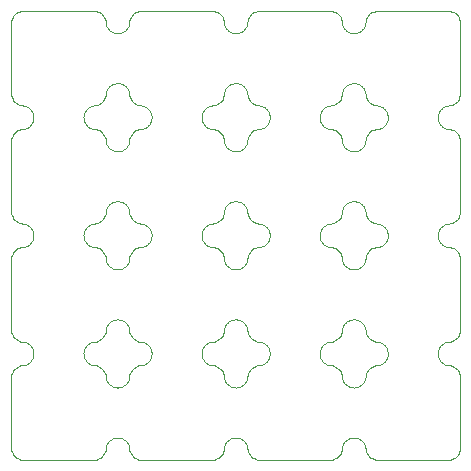
<source format=gko>
%MOIN*%
%OFA0B0*%
%FSLAX36Y36*%
%IPPOS*%
%LPD*%
%ADD10C,0*%
D10*
X001064517Y003543187D02*
X001064517Y003543187D01*
X001061589Y003543528D01*
X001058696Y003544087D01*
X001055852Y003544860D01*
X001053075Y003545845D01*
X001050379Y003547034D01*
X001047779Y003548422D01*
X001045290Y003550000D01*
X001042927Y003551760D01*
X001040701Y003553692D01*
X001038627Y003555785D01*
X001036714Y003558027D01*
X001034975Y003560406D01*
X001033419Y003562908D01*
X001032054Y003565520D01*
X001030888Y003568227D01*
X001029928Y003571013D01*
X001029180Y003573863D01*
X001028646Y003576761D01*
X001028331Y003579691D01*
X001028236Y003582637D01*
X001028238Y003583120D01*
X001028362Y003586044D01*
X001028702Y003588951D01*
X001029258Y003591824D01*
X001030026Y003594648D01*
X001031001Y003597408D01*
X001032178Y003600087D01*
X001033552Y003602671D01*
X001035113Y003605147D01*
X001036854Y003607499D01*
X001038765Y003609716D01*
X001040835Y003611784D01*
X001043054Y003613693D01*
X001045408Y003615432D01*
X001047884Y003616992D01*
X001050470Y003618363D01*
X001053150Y003619538D01*
X001055911Y003620511D01*
X001058736Y003621276D01*
X001061609Y003621829D01*
X001064516Y003622167D01*
X001069150Y003622532D01*
X001075157Y003623974D01*
X001080865Y003626338D01*
X001086133Y003629566D01*
X001090830Y003633578D01*
X001094842Y003638276D01*
X001098070Y003643543D01*
X001100435Y003649251D01*
X001101877Y003655258D01*
X001102242Y003659892D01*
X001102580Y003662799D01*
X001103133Y003665673D01*
X001103898Y003668498D01*
X001104871Y003671258D01*
X001106046Y003673938D01*
X001107417Y003676524D01*
X001108976Y003679001D01*
X001110715Y003681355D01*
X001112624Y003683573D01*
X001114693Y003685643D01*
X001116909Y003687554D01*
X001119262Y003689295D01*
X001121737Y003690857D01*
X001124321Y003692230D01*
X001127001Y003693408D01*
X001129760Y003694383D01*
X001132584Y003695150D01*
X001135458Y003695706D01*
X001138365Y003696047D01*
X001141289Y003696170D01*
X001141772Y003696173D01*
X001144717Y003696078D01*
X001147647Y003695762D01*
X001150545Y003695229D01*
X001153395Y003694480D01*
X001156182Y003693520D01*
X001158888Y003692354D01*
X001161500Y003690990D01*
X001164002Y003689433D01*
X001166381Y003687694D01*
X001168624Y003685782D01*
X001170717Y003683707D01*
X001172648Y003681482D01*
X001174408Y003679118D01*
X001175987Y003676630D01*
X001177374Y003674030D01*
X001178564Y003671334D01*
X001179548Y003668556D01*
X001180322Y003665712D01*
X001180881Y003662819D01*
X001181222Y003659892D01*
X001181587Y003655258D01*
X001183029Y003649251D01*
X001185393Y003643543D01*
X001188621Y003638276D01*
X001192633Y003633578D01*
X001197331Y003629566D01*
X001202598Y003626338D01*
X001208306Y003623974D01*
X001214313Y003622532D01*
X001218947Y003622167D01*
X001221853Y003621829D01*
X001224726Y003621276D01*
X001227551Y003620511D01*
X001230310Y003619539D01*
X001232990Y003618364D01*
X001235575Y003616994D01*
X001238051Y003615436D01*
X001240405Y003613698D01*
X001242623Y003611789D01*
X001244693Y003609722D01*
X001246604Y003607506D01*
X001248345Y003605155D01*
X001249907Y003602681D01*
X001251280Y003600097D01*
X001252458Y003597419D01*
X001253434Y003594661D01*
X001254202Y003591838D01*
X001254759Y003588965D01*
X001255100Y003586060D01*
X001255225Y003583136D01*
X001255228Y003582654D01*
X001255134Y003579707D01*
X001254820Y003576776D01*
X001254287Y003573877D01*
X001253539Y003571026D01*
X001252580Y003568239D01*
X001251415Y003565531D01*
X001250050Y003562918D01*
X001248494Y003560414D01*
X001246755Y003558034D01*
X001244843Y003555791D01*
X001242768Y003553697D01*
X001240542Y003551764D01*
X001238178Y003550003D01*
X001235689Y003548424D01*
X001233089Y003547036D01*
X001230392Y003545846D01*
X001227614Y003544861D01*
X001224769Y003544087D01*
X001221875Y003543528D01*
X001218947Y003543187D01*
X001214313Y003542822D01*
X001208306Y003541380D01*
X001202598Y003539016D01*
X001197331Y003535788D01*
X001192633Y003531775D01*
X001188621Y003527078D01*
X001185393Y003521811D01*
X001183029Y003516103D01*
X001181587Y003510096D01*
X001181222Y003505461D01*
X001180881Y003502535D01*
X001180322Y003499642D01*
X001179549Y003496800D01*
X001178565Y003494023D01*
X001177376Y003491327D01*
X001175989Y003488728D01*
X001174412Y003486240D01*
X001172653Y003483877D01*
X001170722Y003481652D01*
X001168630Y003479577D01*
X001166389Y003477665D01*
X001164011Y003475926D01*
X001161509Y003474369D01*
X001158899Y003473004D01*
X001156193Y003471838D01*
X001153408Y003470877D01*
X001150559Y003470128D01*
X001147662Y003469593D01*
X001144733Y003469277D01*
X001141788Y003469180D01*
X001141305Y003469183D01*
X001138380Y003469305D01*
X001135473Y003469645D01*
X001132598Y003470200D01*
X001129773Y003470966D01*
X001127012Y003471941D01*
X001124332Y003473118D01*
X001121746Y003474491D01*
X001119270Y003476052D01*
X001116916Y003477793D01*
X001114699Y003479704D01*
X001112629Y003481775D01*
X001110719Y003483993D01*
X001108979Y003486348D01*
X001107419Y003488825D01*
X001106048Y003491411D01*
X001104872Y003494092D01*
X001103899Y003496853D01*
X001103133Y003499679D01*
X001102580Y003502553D01*
X001102242Y003505461D01*
X001101877Y003510096D01*
X001100435Y003516103D01*
X001098070Y003521811D01*
X001094842Y003527078D01*
X001090830Y003531775D01*
X001086133Y003535788D01*
X001080865Y003539016D01*
X001075157Y003541380D01*
X001069150Y003542822D01*
X001064517Y003543187D01*
X001181222Y003111761D02*
X001181222Y003111761D01*
X001180881Y003108834D01*
X001180322Y003105942D01*
X001179549Y003103099D01*
X001178565Y003100322D01*
X001177376Y003097626D01*
X001175989Y003095027D01*
X001174412Y003092539D01*
X001172653Y003090176D01*
X001170722Y003087951D01*
X001168630Y003085876D01*
X001166389Y003083964D01*
X001164011Y003082225D01*
X001161509Y003080668D01*
X001158899Y003079303D01*
X001156193Y003078137D01*
X001153408Y003077176D01*
X001150559Y003076427D01*
X001147662Y003075892D01*
X001144733Y003075576D01*
X001141788Y003075480D01*
X001141305Y003075482D01*
X001138380Y003075604D01*
X001135473Y003075944D01*
X001132598Y003076499D01*
X001129773Y003077266D01*
X001127012Y003078240D01*
X001124332Y003079417D01*
X001121746Y003080790D01*
X001119270Y003082351D01*
X001116916Y003084092D01*
X001114699Y003086003D01*
X001112629Y003088074D01*
X001110719Y003090293D01*
X001108979Y003092647D01*
X001107419Y003095124D01*
X001106048Y003097710D01*
X001104872Y003100391D01*
X001103899Y003103152D01*
X001103133Y003105978D01*
X001102580Y003108853D01*
X001102242Y003111761D01*
X001101877Y003116395D01*
X001100435Y003122402D01*
X001098070Y003128110D01*
X001094842Y003133377D01*
X001090830Y003138075D01*
X001086133Y003142087D01*
X001080865Y003145315D01*
X001075157Y003147679D01*
X001069150Y003149121D01*
X001064517Y003149486D01*
X001061589Y003149827D01*
X001058696Y003150386D01*
X001055852Y003151160D01*
X001053075Y003152144D01*
X001050379Y003153333D01*
X001047779Y003154721D01*
X001045290Y003156299D01*
X001042927Y003158059D01*
X001040701Y003159991D01*
X001038627Y003162084D01*
X001036714Y003164326D01*
X001034975Y003166705D01*
X001033419Y003169208D01*
X001032054Y003171820D01*
X001030888Y003174526D01*
X001029928Y003177312D01*
X001029180Y003180162D01*
X001028646Y003183061D01*
X001028331Y003185991D01*
X001028236Y003188936D01*
X001028238Y003189419D01*
X001028362Y003192343D01*
X001028702Y003195250D01*
X001029258Y003198123D01*
X001030026Y003200947D01*
X001031001Y003203707D01*
X001032178Y003206386D01*
X001033552Y003208971D01*
X001035113Y003211446D01*
X001036854Y003213798D01*
X001038765Y003216015D01*
X001040835Y003218084D01*
X001043054Y003219993D01*
X001045408Y003221732D01*
X001047884Y003223291D01*
X001050470Y003224662D01*
X001053150Y003225837D01*
X001055911Y003226810D01*
X001058736Y003227575D01*
X001061609Y003228128D01*
X001064516Y003228466D01*
X001069150Y003228831D01*
X001075157Y003230273D01*
X001080865Y003232637D01*
X001086133Y003235865D01*
X001090830Y003239877D01*
X001094842Y003244575D01*
X001098070Y003249842D01*
X001100435Y003255550D01*
X001101877Y003261557D01*
X001102242Y003266191D01*
X001102580Y003269098D01*
X001103133Y003271972D01*
X001103898Y003274797D01*
X001104871Y003277557D01*
X001106046Y003280238D01*
X001107417Y003282823D01*
X001108976Y003285300D01*
X001110715Y003287654D01*
X001112624Y003289872D01*
X001114693Y003291943D01*
X001116909Y003293854D01*
X001119262Y003295595D01*
X001121737Y003297156D01*
X001124321Y003298529D01*
X001127001Y003299707D01*
X001129760Y003300682D01*
X001132584Y003301450D01*
X001135458Y003302005D01*
X001138365Y003302346D01*
X001141289Y003302470D01*
X001141772Y003302472D01*
X001144717Y003302377D01*
X001147647Y003302062D01*
X001150545Y003301528D01*
X001153395Y003300779D01*
X001156182Y003299819D01*
X001158888Y003298654D01*
X001161500Y003297289D01*
X001164002Y003295732D01*
X001166381Y003293993D01*
X001168624Y003292081D01*
X001170717Y003290006D01*
X001172648Y003287781D01*
X001174408Y003285417D01*
X001175987Y003282929D01*
X001177374Y003280329D01*
X001178564Y003277633D01*
X001179548Y003274855D01*
X001180322Y003272012D01*
X001180881Y003269118D01*
X001181222Y003266191D01*
X001181587Y003261557D01*
X001183029Y003255550D01*
X001185393Y003249842D01*
X001188621Y003244575D01*
X001192633Y003239877D01*
X001197331Y003235865D01*
X001202598Y003232637D01*
X001208306Y003230273D01*
X001214313Y003228831D01*
X001218947Y003228466D01*
X001221853Y003228128D01*
X001224726Y003227575D01*
X001227551Y003226811D01*
X001230310Y003225838D01*
X001232990Y003224664D01*
X001235575Y003223293D01*
X001238051Y003221735D01*
X001240405Y003219997D01*
X001242623Y003218089D01*
X001244693Y003216021D01*
X001246604Y003213806D01*
X001248345Y003211454D01*
X001249907Y003208980D01*
X001251280Y003206397D01*
X001252458Y003203718D01*
X001253434Y003200960D01*
X001254202Y003198137D01*
X001254759Y003195265D01*
X001255100Y003192359D01*
X001255225Y003189436D01*
X001255228Y003188953D01*
X001255134Y003186006D01*
X001254820Y003183076D01*
X001254287Y003180176D01*
X001253539Y003177325D01*
X001252580Y003174538D01*
X001251415Y003171830D01*
X001250050Y003169217D01*
X001248494Y003166714D01*
X001246755Y003164333D01*
X001244843Y003162090D01*
X001242768Y003159996D01*
X001240542Y003158063D01*
X001238178Y003156303D01*
X001235689Y003154723D01*
X001233089Y003153335D01*
X001230392Y003152145D01*
X001227614Y003151160D01*
X001224769Y003150386D01*
X001221875Y003149827D01*
X001218947Y003149486D01*
X001214313Y003149121D01*
X001208306Y003147679D01*
X001202598Y003145315D01*
X001197331Y003142087D01*
X001192633Y003138075D01*
X001188621Y003133377D01*
X001185393Y003128110D01*
X001183029Y003122402D01*
X001181587Y003116395D01*
X001181222Y003111761D01*
X001064517Y002755785D02*
X001064517Y002755785D01*
X001061589Y002756126D01*
X001058696Y002756685D01*
X001055852Y002757459D01*
X001053075Y002758443D01*
X001050379Y002759633D01*
X001047779Y002761020D01*
X001045290Y002762598D01*
X001042927Y002764358D01*
X001040701Y002766290D01*
X001038627Y002768383D01*
X001036714Y002770626D01*
X001034975Y002773004D01*
X001033419Y002775507D01*
X001032054Y002778119D01*
X001030888Y002780825D01*
X001029928Y002783612D01*
X001029180Y002786462D01*
X001028646Y002789360D01*
X001028331Y002792290D01*
X001028236Y002795235D01*
X001028238Y002795718D01*
X001028362Y002798642D01*
X001028702Y002801549D01*
X001029258Y002804422D01*
X001030026Y002807247D01*
X001031001Y002810006D01*
X001032178Y002812685D01*
X001033552Y002815270D01*
X001035113Y002817745D01*
X001036854Y002820098D01*
X001038765Y002822314D01*
X001040835Y002824383D01*
X001043054Y002826292D01*
X001045408Y002828031D01*
X001047884Y002829590D01*
X001050470Y002830961D01*
X001053150Y002832136D01*
X001055911Y002833109D01*
X001058736Y002833874D01*
X001061609Y002834427D01*
X001064516Y002834765D01*
X001069150Y002835130D01*
X001075157Y002836572D01*
X001080865Y002838937D01*
X001086133Y002842164D01*
X001090830Y002846177D01*
X001094842Y002850874D01*
X001098070Y002856142D01*
X001100435Y002861849D01*
X001101877Y002867857D01*
X001102242Y002872490D01*
X001102580Y002875397D01*
X001103133Y002878271D01*
X001103898Y002881096D01*
X001104871Y002883856D01*
X001106046Y002886537D01*
X001107417Y002889123D01*
X001108976Y002891599D01*
X001110715Y002893953D01*
X001112624Y002896171D01*
X001114693Y002898242D01*
X001116909Y002900153D01*
X001119262Y002901894D01*
X001121737Y002903455D01*
X001124321Y002904829D01*
X001127001Y002906006D01*
X001129760Y002906981D01*
X001132584Y002907749D01*
X001135458Y002908304D01*
X001138365Y002908645D01*
X001141289Y002908769D01*
X001141772Y002908771D01*
X001144717Y002908676D01*
X001147647Y002908361D01*
X001150545Y002907827D01*
X001153395Y002907078D01*
X001156182Y002906119D01*
X001158888Y002904953D01*
X001161500Y002903588D01*
X001164002Y002902032D01*
X001166381Y002900293D01*
X001168624Y002898380D01*
X001170717Y002896306D01*
X001172648Y002894080D01*
X001174408Y002891717D01*
X001175987Y002889228D01*
X001177374Y002886628D01*
X001178564Y002883932D01*
X001179548Y002881154D01*
X001180322Y002878311D01*
X001180881Y002875417D01*
X001181222Y002872490D01*
X001181587Y002867857D01*
X001183029Y002861849D01*
X001185393Y002856142D01*
X001188621Y002850874D01*
X001192633Y002846177D01*
X001197331Y002842164D01*
X001202598Y002838937D01*
X001208306Y002836572D01*
X001214313Y002835130D01*
X001218947Y002834765D01*
X001221853Y002834427D01*
X001224726Y002833874D01*
X001227551Y002833110D01*
X001230310Y002832137D01*
X001232990Y002830963D01*
X001235575Y002829593D01*
X001238051Y002828034D01*
X001240405Y002826296D01*
X001242623Y002824388D01*
X001244693Y002822320D01*
X001246604Y002820105D01*
X001248345Y002817753D01*
X001249907Y002815279D01*
X001251280Y002812696D01*
X001252458Y002810018D01*
X001253434Y002807259D01*
X001254202Y002804436D01*
X001254759Y002801564D01*
X001255100Y002798658D01*
X001255225Y002795735D01*
X001255228Y002795252D01*
X001255134Y002792306D01*
X001254820Y002789375D01*
X001254287Y002786476D01*
X001253539Y002783624D01*
X001252580Y002780837D01*
X001251415Y002778129D01*
X001250050Y002775516D01*
X001248494Y002773013D01*
X001246755Y002770633D01*
X001244843Y002768389D01*
X001242768Y002766295D01*
X001240542Y002764363D01*
X001238178Y002762602D01*
X001235689Y002761023D01*
X001233089Y002759634D01*
X001230392Y002758444D01*
X001227614Y002757460D01*
X001224769Y002756685D01*
X001221875Y002756126D01*
X001218947Y002755785D01*
X001214313Y002755420D01*
X001208306Y002753978D01*
X001202598Y002751614D01*
X001197331Y002748386D01*
X001192633Y002744374D01*
X001188621Y002739676D01*
X001185393Y002734409D01*
X001183029Y002728701D01*
X001181587Y002722694D01*
X001181222Y002718060D01*
X001180881Y002715134D01*
X001180322Y002712241D01*
X001179549Y002709398D01*
X001178565Y002706621D01*
X001177376Y002703926D01*
X001175989Y002701326D01*
X001174412Y002698838D01*
X001172653Y002696475D01*
X001170722Y002694250D01*
X001168630Y002692176D01*
X001166389Y002690263D01*
X001164011Y002688524D01*
X001161509Y002686967D01*
X001158899Y002685602D01*
X001156193Y002684436D01*
X001153408Y002683476D01*
X001150559Y002682726D01*
X001147662Y002682192D01*
X001144733Y002681875D01*
X001141788Y002681779D01*
X001141305Y002681781D01*
X001138380Y002681904D01*
X001135473Y002682243D01*
X001132598Y002682798D01*
X001129773Y002683565D01*
X001127012Y002684539D01*
X001124332Y002685716D01*
X001121746Y002687089D01*
X001119270Y002688651D01*
X001116916Y002690392D01*
X001114699Y002692303D01*
X001112629Y002694373D01*
X001110719Y002696592D01*
X001108979Y002698946D01*
X001107419Y002701423D01*
X001106048Y002704010D01*
X001104872Y002706691D01*
X001103899Y002709452D01*
X001103133Y002712277D01*
X001102580Y002715152D01*
X001102242Y002718060D01*
X001101877Y002722694D01*
X001100435Y002728701D01*
X001098070Y002734409D01*
X001094842Y002739676D01*
X001090830Y002744374D01*
X001086133Y002748386D01*
X001080865Y002751614D01*
X001075157Y002753978D01*
X001069150Y002755420D01*
X001064517Y002755785D01*
X000670816Y003543187D02*
X000670816Y003543187D01*
X000667889Y003543528D01*
X000664995Y003544087D01*
X000662152Y003544860D01*
X000659374Y003545845D01*
X000656678Y003547034D01*
X000654078Y003548422D01*
X000651589Y003550000D01*
X000649226Y003551760D01*
X000647000Y003553692D01*
X000644926Y003555785D01*
X000643014Y003558027D01*
X000641274Y003560406D01*
X000639718Y003562908D01*
X000638353Y003565520D01*
X000637188Y003568227D01*
X000636228Y003571013D01*
X000635479Y003573863D01*
X000634945Y003576761D01*
X000634630Y003579691D01*
X000634535Y003582637D01*
X000634537Y003583120D01*
X000634661Y003586044D01*
X000635002Y003588951D01*
X000635557Y003591824D01*
X000636325Y003594648D01*
X000637300Y003597408D01*
X000638477Y003600087D01*
X000639851Y003602671D01*
X000641412Y003605147D01*
X000643153Y003607499D01*
X000645064Y003609716D01*
X000647135Y003611784D01*
X000649353Y003613693D01*
X000651707Y003615432D01*
X000654184Y003616992D01*
X000656769Y003618363D01*
X000659450Y003619538D01*
X000662210Y003620511D01*
X000665035Y003621276D01*
X000667909Y003621829D01*
X000670816Y003622167D01*
X000675449Y003622532D01*
X000681457Y003623974D01*
X000687164Y003626338D01*
X000692432Y003629566D01*
X000697129Y003633578D01*
X000701142Y003638276D01*
X000704370Y003643543D01*
X000706734Y003649251D01*
X000708176Y003655258D01*
X000708541Y003659892D01*
X000708879Y003662799D01*
X000709432Y003665673D01*
X000710197Y003668498D01*
X000711170Y003671258D01*
X000712345Y003673938D01*
X000713716Y003676524D01*
X000715275Y003679001D01*
X000717014Y003681355D01*
X000718923Y003683573D01*
X000720992Y003685643D01*
X000723208Y003687554D01*
X000725561Y003689295D01*
X000728036Y003690857D01*
X000730621Y003692230D01*
X000733300Y003693408D01*
X000736059Y003694383D01*
X000738884Y003695150D01*
X000741757Y003695706D01*
X000744664Y003696047D01*
X000747588Y003696170D01*
X000748071Y003696173D01*
X000751016Y003696078D01*
X000753946Y003695762D01*
X000756844Y003695229D01*
X000759695Y003694480D01*
X000762481Y003693520D01*
X000765187Y003692354D01*
X000767799Y003690990D01*
X000770302Y003689433D01*
X000772681Y003687694D01*
X000774923Y003685782D01*
X000777016Y003683707D01*
X000778948Y003681482D01*
X000780708Y003679118D01*
X000782286Y003676630D01*
X000783674Y003674030D01*
X000784863Y003671334D01*
X000785847Y003668556D01*
X000786621Y003665712D01*
X000787180Y003662819D01*
X000787521Y003659892D01*
X000787886Y003655258D01*
X000789328Y003649251D01*
X000791692Y003643543D01*
X000794920Y003638276D01*
X000798932Y003633578D01*
X000803630Y003629566D01*
X000808897Y003626338D01*
X000814605Y003623974D01*
X000820612Y003622532D01*
X000825246Y003622167D01*
X000828153Y003621829D01*
X000831026Y003621276D01*
X000833850Y003620511D01*
X000836609Y003619539D01*
X000839289Y003618364D01*
X000841874Y003616994D01*
X000844350Y003615436D01*
X000846704Y003613698D01*
X000848922Y003611789D01*
X000850992Y003609722D01*
X000852903Y003607506D01*
X000854644Y003605155D01*
X000856206Y003602681D01*
X000857579Y003600097D01*
X000858757Y003597419D01*
X000859733Y003594661D01*
X000860502Y003591838D01*
X000861058Y003588965D01*
X000861400Y003586060D01*
X000861525Y003583136D01*
X000861527Y003582654D01*
X000861433Y003579707D01*
X000861119Y003576776D01*
X000860586Y003573877D01*
X000859838Y003571026D01*
X000858879Y003568239D01*
X000857714Y003565531D01*
X000856349Y003562918D01*
X000854793Y003560414D01*
X000853054Y003558034D01*
X000851142Y003555791D01*
X000849067Y003553697D01*
X000846841Y003551764D01*
X000844477Y003550003D01*
X000841988Y003548424D01*
X000839388Y003547036D01*
X000836691Y003545846D01*
X000833913Y003544861D01*
X000831068Y003544087D01*
X000828174Y003543528D01*
X000825246Y003543187D01*
X000820612Y003542822D01*
X000814605Y003541380D01*
X000808897Y003539016D01*
X000803630Y003535788D01*
X000798932Y003531775D01*
X000794920Y003527078D01*
X000791692Y003521811D01*
X000789328Y003516103D01*
X000787886Y003510096D01*
X000787521Y003505461D01*
X000787180Y003502535D01*
X000786621Y003499642D01*
X000785848Y003496800D01*
X000784864Y003494023D01*
X000783675Y003491327D01*
X000782288Y003488728D01*
X000780711Y003486240D01*
X000778952Y003483877D01*
X000777021Y003481652D01*
X000774929Y003479577D01*
X000772688Y003477665D01*
X000770310Y003475926D01*
X000767809Y003474369D01*
X000765198Y003473004D01*
X000762492Y003471838D01*
X000759707Y003470877D01*
X000756858Y003470128D01*
X000753961Y003469593D01*
X000751032Y003469277D01*
X000748087Y003469180D01*
X000747604Y003469183D01*
X000744680Y003469305D01*
X000741772Y003469645D01*
X000738897Y003470200D01*
X000736072Y003470966D01*
X000733312Y003471941D01*
X000730631Y003473118D01*
X000728046Y003474491D01*
X000725569Y003476052D01*
X000723216Y003477793D01*
X000720998Y003479704D01*
X000718928Y003481775D01*
X000717018Y003483993D01*
X000715278Y003486348D01*
X000713718Y003488825D01*
X000712347Y003491411D01*
X000711171Y003494092D01*
X000710198Y003496853D01*
X000709432Y003499679D01*
X000708879Y003502553D01*
X000708541Y003505461D01*
X000708176Y003510096D01*
X000706734Y003516103D01*
X000704370Y003521811D01*
X000701142Y003527078D01*
X000697129Y003531775D01*
X000692432Y003535788D01*
X000687164Y003539016D01*
X000681457Y003541380D01*
X000675449Y003542822D01*
X000670816Y003543187D01*
X000277115Y003543187D02*
X000277115Y003543187D01*
X000274188Y003543528D01*
X000271294Y003544087D01*
X000268451Y003544860D01*
X000265673Y003545845D01*
X000262977Y003547034D01*
X000260377Y003548422D01*
X000257889Y003550000D01*
X000255525Y003551760D01*
X000253300Y003553692D01*
X000251225Y003555785D01*
X000249313Y003558027D01*
X000247574Y003560406D01*
X000246017Y003562908D01*
X000244652Y003565520D01*
X000243487Y003568227D01*
X000242527Y003571013D01*
X000241778Y003573863D01*
X000241244Y003576761D01*
X000240929Y003579691D01*
X000240834Y003582637D01*
X000240836Y003583120D01*
X000240960Y003586044D01*
X000241301Y003588951D01*
X000241856Y003591824D01*
X000242624Y003594648D01*
X000243599Y003597408D01*
X000244777Y003600087D01*
X000246150Y003602671D01*
X000247711Y003605147D01*
X000249452Y003607499D01*
X000251363Y003609716D01*
X000253434Y003611784D01*
X000255652Y003613693D01*
X000258006Y003615432D01*
X000260483Y003616992D01*
X000263068Y003618363D01*
X000265749Y003619538D01*
X000268509Y003620511D01*
X000271334Y003621276D01*
X000274208Y003621829D01*
X000277115Y003622167D01*
X000281749Y003622532D01*
X000287756Y003623974D01*
X000293464Y003626338D01*
X000298731Y003629566D01*
X000303429Y003633578D01*
X000307441Y003638276D01*
X000310669Y003643543D01*
X000313033Y003649251D01*
X000314475Y003655258D01*
X000314840Y003659892D01*
X000314840Y003659892D01*
X000315178Y003662799D01*
X000315731Y003665673D01*
X000316496Y003668498D01*
X000317469Y003671258D01*
X000318644Y003673938D01*
X000320015Y003676524D01*
X000321574Y003679001D01*
X000323313Y003681355D01*
X000325222Y003683573D01*
X000327291Y003685643D01*
X000329508Y003687554D01*
X000331860Y003689295D01*
X000334335Y003690857D01*
X000336920Y003692230D01*
X000339599Y003693408D01*
X000342359Y003694383D01*
X000345183Y003695150D01*
X000348056Y003695706D01*
X000350963Y003696047D01*
X000353887Y003696170D01*
X000354370Y003696173D01*
X000357315Y003696078D01*
X000360245Y003695762D01*
X000363144Y003695229D01*
X000365994Y003694480D01*
X000368780Y003693520D01*
X000371487Y003692354D01*
X000374098Y003690990D01*
X000376601Y003689433D01*
X000378980Y003687694D01*
X000381222Y003685782D01*
X000383315Y003683707D01*
X000385247Y003681482D01*
X000387007Y003679118D01*
X000388585Y003676630D01*
X000389973Y003674030D01*
X000391162Y003671334D01*
X000392147Y003668556D01*
X000392920Y003665712D01*
X000393479Y003662819D01*
X000393820Y003659892D01*
X000394185Y003655258D01*
X000395627Y003649251D01*
X000397991Y003643543D01*
X000401219Y003638276D01*
X000405231Y003633578D01*
X000409929Y003629566D01*
X000415196Y003626338D01*
X000420904Y003623974D01*
X000426911Y003622532D01*
X000431545Y003622167D01*
X000434452Y003621829D01*
X000437325Y003621276D01*
X000440149Y003620511D01*
X000442909Y003619539D01*
X000445588Y003618364D01*
X000448173Y003616994D01*
X000450649Y003615436D01*
X000453003Y003613698D01*
X000455221Y003611789D01*
X000457291Y003609722D01*
X000459202Y003607506D01*
X000460943Y003605155D01*
X000462505Y003602681D01*
X000463879Y003600097D01*
X000465057Y003597419D01*
X000466032Y003594661D01*
X000466801Y003591838D01*
X000467357Y003588965D01*
X000467699Y003586060D01*
X000467824Y003583136D01*
X000467827Y003582654D01*
X000467732Y003579707D01*
X000467418Y003576776D01*
X000466886Y003573877D01*
X000466138Y003571026D01*
X000465178Y003568239D01*
X000464013Y003565531D01*
X000462649Y003562918D01*
X000461093Y003560414D01*
X000459353Y003558034D01*
X000457441Y003555791D01*
X000455366Y003553697D01*
X000453141Y003551764D01*
X000450777Y003550003D01*
X000448288Y003548424D01*
X000445687Y003547036D01*
X000442990Y003545846D01*
X000440212Y003544861D01*
X000437368Y003544087D01*
X000434473Y003543528D01*
X000431545Y003543187D01*
X000426911Y003542822D01*
X000420904Y003541380D01*
X000415196Y003539016D01*
X000409929Y003535788D01*
X000405231Y003531775D01*
X000401219Y003527078D01*
X000397991Y003521811D01*
X000395627Y003516103D01*
X000394185Y003510096D01*
X000393820Y003505461D01*
X000393479Y003502535D01*
X000392921Y003499642D01*
X000392147Y003496800D01*
X000391163Y003494023D01*
X000389975Y003491327D01*
X000388588Y003488728D01*
X000387010Y003486240D01*
X000385251Y003483877D01*
X000383320Y003481652D01*
X000381228Y003479577D01*
X000378987Y003477665D01*
X000376609Y003475926D01*
X000374108Y003474369D01*
X000371497Y003473004D01*
X000368792Y003471838D01*
X000366006Y003470877D01*
X000363157Y003470128D01*
X000360260Y003469593D01*
X000357331Y003469277D01*
X000354387Y003469180D01*
X000353904Y003469183D01*
X000350979Y003469305D01*
X000348071Y003469645D01*
X000345197Y003470200D01*
X000342371Y003470966D01*
X000339611Y003471941D01*
X000336930Y003473118D01*
X000334345Y003474491D01*
X000331868Y003476052D01*
X000329515Y003477793D01*
X000327297Y003479704D01*
X000325228Y003481775D01*
X000323318Y003483993D01*
X000321578Y003486348D01*
X000320018Y003488825D01*
X000318646Y003491411D01*
X000317470Y003494092D01*
X000316497Y003496853D01*
X000315732Y003499679D01*
X000315178Y003502553D01*
X000314840Y003505461D01*
X000314840Y003505461D01*
X000314475Y003510096D01*
X000313033Y003516103D01*
X000310669Y003521811D01*
X000307441Y003527078D01*
X000303429Y003531775D01*
X000298731Y003535788D01*
X000293464Y003539016D01*
X000287756Y003541380D01*
X000281749Y003542822D01*
X000277115Y003543187D01*
X000670816Y003149486D02*
X000670816Y003149486D01*
X000667889Y003149827D01*
X000664995Y003150386D01*
X000662152Y003151160D01*
X000659374Y003152144D01*
X000656678Y003153333D01*
X000654078Y003154721D01*
X000651589Y003156299D01*
X000649226Y003158059D01*
X000647000Y003159991D01*
X000644926Y003162084D01*
X000643014Y003164326D01*
X000641274Y003166705D01*
X000639718Y003169208D01*
X000638353Y003171820D01*
X000637188Y003174526D01*
X000636228Y003177312D01*
X000635479Y003180162D01*
X000634945Y003183061D01*
X000634630Y003185991D01*
X000634535Y003188936D01*
X000634537Y003189419D01*
X000634661Y003192343D01*
X000635002Y003195250D01*
X000635557Y003198123D01*
X000636325Y003200947D01*
X000637300Y003203707D01*
X000638477Y003206386D01*
X000639851Y003208971D01*
X000641412Y003211446D01*
X000643153Y003213798D01*
X000645064Y003216015D01*
X000647135Y003218084D01*
X000649353Y003219993D01*
X000651707Y003221732D01*
X000654184Y003223291D01*
X000656769Y003224662D01*
X000659450Y003225837D01*
X000662210Y003226810D01*
X000665035Y003227575D01*
X000667909Y003228128D01*
X000670816Y003228466D01*
X000675449Y003228831D01*
X000681457Y003230273D01*
X000687164Y003232637D01*
X000692432Y003235865D01*
X000697129Y003239877D01*
X000701142Y003244575D01*
X000704370Y003249842D01*
X000706734Y003255550D01*
X000708176Y003261557D01*
X000708541Y003266191D01*
X000708879Y003269098D01*
X000709432Y003271972D01*
X000710197Y003274797D01*
X000711170Y003277557D01*
X000712345Y003280238D01*
X000713716Y003282823D01*
X000715275Y003285300D01*
X000717014Y003287654D01*
X000718923Y003289872D01*
X000720992Y003291943D01*
X000723208Y003293854D01*
X000725561Y003295595D01*
X000728036Y003297156D01*
X000730621Y003298529D01*
X000733300Y003299707D01*
X000736059Y003300682D01*
X000738884Y003301450D01*
X000741757Y003302005D01*
X000744664Y003302346D01*
X000747588Y003302470D01*
X000748071Y003302472D01*
X000751016Y003302377D01*
X000753946Y003302062D01*
X000756844Y003301528D01*
X000759695Y003300779D01*
X000762481Y003299819D01*
X000765187Y003298654D01*
X000767799Y003297289D01*
X000770302Y003295732D01*
X000772681Y003293993D01*
X000774923Y003292081D01*
X000777016Y003290006D01*
X000778948Y003287781D01*
X000780708Y003285417D01*
X000782286Y003282929D01*
X000783674Y003280329D01*
X000784863Y003277633D01*
X000785847Y003274855D01*
X000786621Y003272012D01*
X000787180Y003269118D01*
X000787521Y003266191D01*
X000787886Y003261557D01*
X000789328Y003255550D01*
X000791692Y003249842D01*
X000794920Y003244575D01*
X000798932Y003239877D01*
X000803630Y003235865D01*
X000808897Y003232637D01*
X000814605Y003230273D01*
X000820612Y003228831D01*
X000825246Y003228466D01*
X000828153Y003228128D01*
X000831026Y003227575D01*
X000833850Y003226811D01*
X000836609Y003225838D01*
X000839289Y003224664D01*
X000841874Y003223293D01*
X000844350Y003221735D01*
X000846704Y003219997D01*
X000848922Y003218089D01*
X000850992Y003216021D01*
X000852903Y003213806D01*
X000854644Y003211454D01*
X000856206Y003208980D01*
X000857579Y003206397D01*
X000858757Y003203718D01*
X000859733Y003200960D01*
X000860502Y003198137D01*
X000861058Y003195265D01*
X000861400Y003192359D01*
X000861525Y003189436D01*
X000861527Y003188953D01*
X000861433Y003186006D01*
X000861119Y003183076D01*
X000860586Y003180176D01*
X000859838Y003177325D01*
X000858879Y003174538D01*
X000857714Y003171830D01*
X000856349Y003169217D01*
X000854793Y003166714D01*
X000853054Y003164333D01*
X000851142Y003162090D01*
X000849067Y003159996D01*
X000846841Y003158063D01*
X000844477Y003156303D01*
X000841988Y003154723D01*
X000839388Y003153335D01*
X000836691Y003152145D01*
X000833913Y003151160D01*
X000831068Y003150386D01*
X000828174Y003149827D01*
X000825246Y003149486D01*
X000820612Y003149121D01*
X000814605Y003147679D01*
X000808897Y003145315D01*
X000803630Y003142087D01*
X000798932Y003138075D01*
X000794920Y003133377D01*
X000791692Y003128110D01*
X000789328Y003122402D01*
X000787886Y003116395D01*
X000787521Y003111761D01*
X000787180Y003108834D01*
X000786621Y003105942D01*
X000785848Y003103099D01*
X000784864Y003100322D01*
X000783675Y003097626D01*
X000782288Y003095027D01*
X000780711Y003092539D01*
X000778952Y003090176D01*
X000777021Y003087951D01*
X000774929Y003085876D01*
X000772688Y003083964D01*
X000770310Y003082225D01*
X000767809Y003080668D01*
X000765198Y003079303D01*
X000762492Y003078137D01*
X000759707Y003077176D01*
X000756858Y003076427D01*
X000753961Y003075892D01*
X000751032Y003075576D01*
X000748087Y003075480D01*
X000747604Y003075482D01*
X000744680Y003075604D01*
X000741772Y003075944D01*
X000738897Y003076499D01*
X000736072Y003077266D01*
X000733312Y003078240D01*
X000730631Y003079417D01*
X000728046Y003080790D01*
X000725569Y003082351D01*
X000723216Y003084092D01*
X000720998Y003086003D01*
X000718928Y003088074D01*
X000717018Y003090293D01*
X000715278Y003092647D01*
X000713718Y003095124D01*
X000712347Y003097710D01*
X000711171Y003100391D01*
X000710198Y003103152D01*
X000709432Y003105978D01*
X000708879Y003108853D01*
X000708541Y003111761D01*
X000708176Y003116395D01*
X000706734Y003122402D01*
X000704370Y003128110D01*
X000701142Y003133377D01*
X000697129Y003138075D01*
X000692432Y003142087D01*
X000687164Y003145315D01*
X000681457Y003147679D01*
X000675449Y003149121D01*
X000670816Y003149486D01*
X000393820Y003111761D02*
X000393820Y003111761D01*
X000393479Y003108834D01*
X000392921Y003105942D01*
X000392147Y003103099D01*
X000391163Y003100322D01*
X000389975Y003097626D01*
X000388588Y003095027D01*
X000387010Y003092539D01*
X000385251Y003090176D01*
X000383320Y003087951D01*
X000381228Y003085876D01*
X000378987Y003083964D01*
X000376609Y003082225D01*
X000374108Y003080668D01*
X000371497Y003079303D01*
X000368792Y003078137D01*
X000366006Y003077176D01*
X000363157Y003076427D01*
X000360260Y003075892D01*
X000357331Y003075576D01*
X000354387Y003075480D01*
X000353904Y003075482D01*
X000350979Y003075604D01*
X000348071Y003075944D01*
X000345197Y003076499D01*
X000342371Y003077266D01*
X000339611Y003078240D01*
X000336930Y003079417D01*
X000334345Y003080790D01*
X000331868Y003082351D01*
X000329515Y003084092D01*
X000327297Y003086003D01*
X000325228Y003088074D01*
X000323318Y003090293D01*
X000321578Y003092647D01*
X000320018Y003095124D01*
X000318646Y003097710D01*
X000317470Y003100391D01*
X000316497Y003103152D01*
X000315732Y003105978D01*
X000315178Y003108853D01*
X000314840Y003111761D01*
X000314840Y003111761D01*
X000314475Y003116395D01*
X000313033Y003122402D01*
X000310669Y003128110D01*
X000307441Y003133377D01*
X000303429Y003138075D01*
X000298731Y003142087D01*
X000293464Y003145315D01*
X000287756Y003147679D01*
X000281749Y003149121D01*
X000277115Y003149486D01*
X000274188Y003149827D01*
X000271294Y003150386D01*
X000268451Y003151160D01*
X000265673Y003152144D01*
X000262977Y003153333D01*
X000260377Y003154721D01*
X000257889Y003156299D01*
X000255525Y003158059D01*
X000253300Y003159991D01*
X000251225Y003162084D01*
X000249313Y003164326D01*
X000247574Y003166705D01*
X000246017Y003169208D01*
X000244652Y003171820D01*
X000243487Y003174526D01*
X000242527Y003177312D01*
X000241778Y003180162D01*
X000241244Y003183061D01*
X000240929Y003185991D01*
X000240834Y003188936D01*
X000240836Y003189419D01*
X000240960Y003192343D01*
X000241301Y003195250D01*
X000241856Y003198123D01*
X000242624Y003200947D01*
X000243599Y003203707D01*
X000244777Y003206386D01*
X000246150Y003208971D01*
X000247711Y003211446D01*
X000249452Y003213798D01*
X000251363Y003216015D01*
X000253434Y003218084D01*
X000255652Y003219993D01*
X000258006Y003221732D01*
X000260483Y003223291D01*
X000263068Y003224662D01*
X000265749Y003225837D01*
X000268509Y003226810D01*
X000271334Y003227575D01*
X000274208Y003228128D01*
X000277115Y003228466D01*
X000281749Y003228831D01*
X000287756Y003230273D01*
X000293464Y003232637D01*
X000298731Y003235865D01*
X000303429Y003239877D01*
X000307441Y003244575D01*
X000310669Y003249842D01*
X000313033Y003255550D01*
X000314475Y003261557D01*
X000314840Y003266191D01*
X000314840Y003266191D01*
X000315178Y003269098D01*
X000315731Y003271972D01*
X000316496Y003274797D01*
X000317469Y003277557D01*
X000318644Y003280238D01*
X000320015Y003282823D01*
X000321574Y003285300D01*
X000323313Y003287654D01*
X000325222Y003289872D01*
X000327291Y003291943D01*
X000329508Y003293854D01*
X000331860Y003295595D01*
X000334335Y003297156D01*
X000336920Y003298529D01*
X000339599Y003299707D01*
X000342359Y003300682D01*
X000345183Y003301450D01*
X000348056Y003302005D01*
X000350963Y003302346D01*
X000353887Y003302470D01*
X000354370Y003302472D01*
X000357315Y003302377D01*
X000360245Y003302062D01*
X000363144Y003301528D01*
X000365994Y003300779D01*
X000368780Y003299819D01*
X000371487Y003298654D01*
X000374098Y003297289D01*
X000376601Y003295732D01*
X000378980Y003293993D01*
X000381222Y003292081D01*
X000383315Y003290006D01*
X000385247Y003287781D01*
X000387007Y003285417D01*
X000388585Y003282929D01*
X000389973Y003280329D01*
X000391162Y003277633D01*
X000392147Y003274855D01*
X000392920Y003272012D01*
X000393479Y003269118D01*
X000393820Y003266191D01*
X000394185Y003261557D01*
X000395627Y003255550D01*
X000397991Y003249842D01*
X000401219Y003244575D01*
X000405231Y003239877D01*
X000409929Y003235865D01*
X000415196Y003232637D01*
X000420904Y003230273D01*
X000426911Y003228831D01*
X000431545Y003228466D01*
X000434452Y003228128D01*
X000437325Y003227575D01*
X000440149Y003226811D01*
X000442909Y003225838D01*
X000445588Y003224664D01*
X000448173Y003223293D01*
X000450649Y003221735D01*
X000453003Y003219997D01*
X000455221Y003218089D01*
X000457291Y003216021D01*
X000459202Y003213806D01*
X000460943Y003211454D01*
X000462505Y003208980D01*
X000463879Y003206397D01*
X000465057Y003203718D01*
X000466032Y003200960D01*
X000466801Y003198137D01*
X000467357Y003195265D01*
X000467699Y003192359D01*
X000467824Y003189436D01*
X000467827Y003188953D01*
X000467732Y003186006D01*
X000467418Y003183076D01*
X000466886Y003180176D01*
X000466138Y003177325D01*
X000465178Y003174538D01*
X000464013Y003171830D01*
X000462649Y003169217D01*
X000461093Y003166714D01*
X000459353Y003164333D01*
X000457441Y003162090D01*
X000455366Y003159996D01*
X000453141Y003158063D01*
X000450777Y003156303D01*
X000448288Y003154723D01*
X000445687Y003153335D01*
X000442990Y003152145D01*
X000440212Y003151160D01*
X000437368Y003150386D01*
X000434473Y003149827D01*
X000431545Y003149486D01*
X000426911Y003149121D01*
X000420904Y003147679D01*
X000415196Y003145315D01*
X000409929Y003142087D01*
X000405231Y003138075D01*
X000401219Y003133377D01*
X000397991Y003128110D01*
X000395627Y003122402D01*
X000394185Y003116395D01*
X000393820Y003111761D01*
X000670816Y002755785D02*
X000670816Y002755785D01*
X000667889Y002756126D01*
X000664995Y002756685D01*
X000662152Y002757459D01*
X000659374Y002758443D01*
X000656678Y002759633D01*
X000654078Y002761020D01*
X000651589Y002762598D01*
X000649226Y002764358D01*
X000647000Y002766290D01*
X000644926Y002768383D01*
X000643014Y002770626D01*
X000641274Y002773004D01*
X000639718Y002775507D01*
X000638353Y002778119D01*
X000637188Y002780825D01*
X000636228Y002783612D01*
X000635479Y002786462D01*
X000634945Y002789360D01*
X000634630Y002792290D01*
X000634535Y002795235D01*
X000634537Y002795718D01*
X000634661Y002798642D01*
X000635002Y002801549D01*
X000635557Y002804422D01*
X000636325Y002807247D01*
X000637300Y002810006D01*
X000638477Y002812685D01*
X000639851Y002815270D01*
X000641412Y002817745D01*
X000643153Y002820098D01*
X000645064Y002822314D01*
X000647135Y002824383D01*
X000649353Y002826292D01*
X000651707Y002828031D01*
X000654184Y002829590D01*
X000656769Y002830961D01*
X000659450Y002832136D01*
X000662210Y002833109D01*
X000665035Y002833874D01*
X000667909Y002834427D01*
X000670816Y002834765D01*
X000675449Y002835130D01*
X000681457Y002836572D01*
X000687164Y002838937D01*
X000692432Y002842164D01*
X000697129Y002846177D01*
X000701142Y002850874D01*
X000704370Y002856142D01*
X000706734Y002861849D01*
X000708176Y002867857D01*
X000708541Y002872490D01*
X000708879Y002875397D01*
X000709432Y002878271D01*
X000710197Y002881096D01*
X000711170Y002883856D01*
X000712345Y002886537D01*
X000713716Y002889123D01*
X000715275Y002891599D01*
X000717014Y002893953D01*
X000718923Y002896171D01*
X000720992Y002898242D01*
X000723208Y002900153D01*
X000725561Y002901894D01*
X000728036Y002903455D01*
X000730621Y002904829D01*
X000733300Y002906006D01*
X000736059Y002906981D01*
X000738884Y002907749D01*
X000741757Y002908304D01*
X000744664Y002908645D01*
X000747588Y002908769D01*
X000748071Y002908771D01*
X000751016Y002908676D01*
X000753946Y002908361D01*
X000756844Y002907827D01*
X000759695Y002907078D01*
X000762481Y002906119D01*
X000765187Y002904953D01*
X000767799Y002903588D01*
X000770302Y002902032D01*
X000772681Y002900293D01*
X000774923Y002898380D01*
X000777016Y002896306D01*
X000778948Y002894080D01*
X000780708Y002891717D01*
X000782286Y002889228D01*
X000783674Y002886628D01*
X000784863Y002883932D01*
X000785847Y002881154D01*
X000786621Y002878311D01*
X000787180Y002875417D01*
X000787521Y002872490D01*
X000787886Y002867857D01*
X000789328Y002861849D01*
X000791692Y002856142D01*
X000794920Y002850874D01*
X000798932Y002846177D01*
X000803630Y002842164D01*
X000808897Y002838937D01*
X000814605Y002836572D01*
X000820612Y002835130D01*
X000825246Y002834765D01*
X000828153Y002834427D01*
X000831026Y002833874D01*
X000833850Y002833110D01*
X000836609Y002832137D01*
X000839289Y002830963D01*
X000841874Y002829593D01*
X000844350Y002828034D01*
X000846704Y002826296D01*
X000848922Y002824388D01*
X000850992Y002822320D01*
X000852903Y002820105D01*
X000854644Y002817753D01*
X000856206Y002815279D01*
X000857579Y002812696D01*
X000858757Y002810018D01*
X000859733Y002807259D01*
X000860502Y002804436D01*
X000861058Y002801564D01*
X000861400Y002798658D01*
X000861525Y002795735D01*
X000861527Y002795252D01*
X000861433Y002792306D01*
X000861119Y002789375D01*
X000860586Y002786476D01*
X000859838Y002783624D01*
X000858879Y002780837D01*
X000857714Y002778129D01*
X000856349Y002775516D01*
X000854793Y002773013D01*
X000853054Y002770633D01*
X000851142Y002768389D01*
X000849067Y002766295D01*
X000846841Y002764363D01*
X000844477Y002762602D01*
X000841988Y002761023D01*
X000839388Y002759634D01*
X000836691Y002758444D01*
X000833913Y002757460D01*
X000831068Y002756685D01*
X000828174Y002756126D01*
X000825246Y002755785D01*
X000820612Y002755420D01*
X000814605Y002753978D01*
X000808897Y002751614D01*
X000803630Y002748386D01*
X000798932Y002744374D01*
X000794920Y002739676D01*
X000791692Y002734409D01*
X000789328Y002728701D01*
X000787886Y002722694D01*
X000787521Y002718060D01*
X000787180Y002715134D01*
X000786621Y002712241D01*
X000785848Y002709398D01*
X000784864Y002706621D01*
X000783675Y002703926D01*
X000782288Y002701326D01*
X000780711Y002698838D01*
X000778952Y002696475D01*
X000777021Y002694250D01*
X000774929Y002692176D01*
X000772688Y002690263D01*
X000770310Y002688524D01*
X000767809Y002686967D01*
X000765198Y002685602D01*
X000762492Y002684436D01*
X000759707Y002683476D01*
X000756858Y002682726D01*
X000753961Y002682192D01*
X000751032Y002681875D01*
X000748087Y002681779D01*
X000747604Y002681781D01*
X000744680Y002681904D01*
X000741772Y002682243D01*
X000738897Y002682798D01*
X000736072Y002683565D01*
X000733312Y002684539D01*
X000730631Y002685716D01*
X000728046Y002687089D01*
X000725569Y002688651D01*
X000723216Y002690392D01*
X000720998Y002692303D01*
X000718928Y002694373D01*
X000717018Y002696592D01*
X000715278Y002698946D01*
X000713718Y002701423D01*
X000712347Y002704010D01*
X000711171Y002706691D01*
X000710198Y002709452D01*
X000709432Y002712277D01*
X000708879Y002715152D01*
X000708541Y002718060D01*
X000708176Y002722694D01*
X000706734Y002728701D01*
X000704370Y002734409D01*
X000701142Y002739676D01*
X000697129Y002744374D01*
X000692432Y002748386D01*
X000687164Y002751614D01*
X000681457Y002753978D01*
X000675449Y002755420D01*
X000670816Y002755785D01*
X000277115Y002755785D02*
X000277115Y002755785D01*
X000274188Y002756126D01*
X000271294Y002756685D01*
X000268451Y002757459D01*
X000265673Y002758443D01*
X000262977Y002759633D01*
X000260377Y002761020D01*
X000257889Y002762598D01*
X000255525Y002764358D01*
X000253300Y002766290D01*
X000251225Y002768383D01*
X000249313Y002770626D01*
X000247574Y002773004D01*
X000246017Y002775507D01*
X000244652Y002778119D01*
X000243487Y002780825D01*
X000242527Y002783612D01*
X000241778Y002786462D01*
X000241244Y002789360D01*
X000240929Y002792290D01*
X000240834Y002795235D01*
X000240836Y002795718D01*
X000240960Y002798642D01*
X000241301Y002801549D01*
X000241856Y002804422D01*
X000242624Y002807247D01*
X000243599Y002810006D01*
X000244777Y002812685D01*
X000246150Y002815270D01*
X000247711Y002817745D01*
X000249452Y002820098D01*
X000251363Y002822314D01*
X000253434Y002824383D01*
X000255652Y002826292D01*
X000258006Y002828031D01*
X000260483Y002829590D01*
X000263068Y002830961D01*
X000265749Y002832136D01*
X000268509Y002833109D01*
X000271334Y002833874D01*
X000274208Y002834427D01*
X000277115Y002834765D01*
X000281749Y002835130D01*
X000287756Y002836572D01*
X000293464Y002838937D01*
X000298731Y002842164D01*
X000303429Y002846177D01*
X000307441Y002850874D01*
X000310669Y002856142D01*
X000313033Y002861849D01*
X000314475Y002867857D01*
X000314840Y002872490D01*
X000314840Y002872490D01*
X000315178Y002875397D01*
X000315731Y002878271D01*
X000316496Y002881096D01*
X000317469Y002883856D01*
X000318644Y002886537D01*
X000320015Y002889123D01*
X000321574Y002891599D01*
X000323313Y002893953D01*
X000325222Y002896171D01*
X000327291Y002898242D01*
X000329508Y002900153D01*
X000331860Y002901894D01*
X000334335Y002903455D01*
X000336920Y002904829D01*
X000339599Y002906006D01*
X000342359Y002906981D01*
X000345183Y002907749D01*
X000348056Y002908304D01*
X000350963Y002908645D01*
X000353887Y002908769D01*
X000354370Y002908771D01*
X000357315Y002908676D01*
X000360245Y002908361D01*
X000363144Y002907827D01*
X000365994Y002907078D01*
X000368780Y002906119D01*
X000371487Y002904953D01*
X000374098Y002903588D01*
X000376601Y002902032D01*
X000378980Y002900293D01*
X000381222Y002898380D01*
X000383315Y002896306D01*
X000385247Y002894080D01*
X000387007Y002891717D01*
X000388585Y002889228D01*
X000389973Y002886628D01*
X000391162Y002883932D01*
X000392147Y002881154D01*
X000392920Y002878311D01*
X000393479Y002875417D01*
X000393820Y002872490D01*
X000394185Y002867857D01*
X000395627Y002861849D01*
X000397991Y002856142D01*
X000401219Y002850874D01*
X000405231Y002846177D01*
X000409929Y002842164D01*
X000415196Y002838937D01*
X000420904Y002836572D01*
X000426911Y002835130D01*
X000431545Y002834765D01*
X000434452Y002834427D01*
X000437325Y002833874D01*
X000440149Y002833110D01*
X000442909Y002832137D01*
X000445588Y002830963D01*
X000448173Y002829593D01*
X000450649Y002828034D01*
X000453003Y002826296D01*
X000455221Y002824388D01*
X000457291Y002822320D01*
X000459202Y002820105D01*
X000460943Y002817753D01*
X000462505Y002815279D01*
X000463879Y002812696D01*
X000465057Y002810018D01*
X000466032Y002807259D01*
X000466801Y002804436D01*
X000467357Y002801564D01*
X000467699Y002798658D01*
X000467824Y002795735D01*
X000467827Y002795252D01*
X000467732Y002792306D01*
X000467418Y002789375D01*
X000466886Y002786476D01*
X000466138Y002783624D01*
X000465178Y002780837D01*
X000464013Y002778129D01*
X000462649Y002775516D01*
X000461093Y002773013D01*
X000459353Y002770633D01*
X000457441Y002768389D01*
X000455366Y002766295D01*
X000453141Y002764363D01*
X000450777Y002762602D01*
X000448288Y002761023D01*
X000445687Y002759634D01*
X000442990Y002758444D01*
X000440212Y002757460D01*
X000437368Y002756685D01*
X000434473Y002756126D01*
X000431545Y002755785D01*
X000426911Y002755420D01*
X000420904Y002753978D01*
X000415196Y002751614D01*
X000409929Y002748386D01*
X000405231Y002744374D01*
X000401219Y002739676D01*
X000397991Y002734409D01*
X000395627Y002728701D01*
X000394185Y002722694D01*
X000393820Y002718060D01*
X000393479Y002715134D01*
X000392921Y002712241D01*
X000392147Y002709398D01*
X000391163Y002706621D01*
X000389975Y002703926D01*
X000388588Y002701326D01*
X000387010Y002698838D01*
X000385251Y002696475D01*
X000383320Y002694250D01*
X000381228Y002692176D01*
X000378987Y002690263D01*
X000376609Y002688524D01*
X000374108Y002686967D01*
X000371497Y002685602D01*
X000368792Y002684436D01*
X000366006Y002683476D01*
X000363157Y002682726D01*
X000360260Y002682192D01*
X000357331Y002681875D01*
X000354387Y002681779D01*
X000353904Y002681781D01*
X000350979Y002681904D01*
X000348071Y002682243D01*
X000345197Y002682798D01*
X000342371Y002683565D01*
X000339611Y002684539D01*
X000336930Y002685716D01*
X000334345Y002687089D01*
X000331868Y002688651D01*
X000329515Y002690392D01*
X000327297Y002692303D01*
X000325228Y002694373D01*
X000323318Y002696592D01*
X000321578Y002698946D01*
X000320018Y002701423D01*
X000318646Y002704010D01*
X000317470Y002706691D01*
X000316497Y002709452D01*
X000315732Y002712277D01*
X000315178Y002715152D01*
X000314840Y002718060D01*
X000314840Y002718060D01*
X000314475Y002722694D01*
X000313033Y002728701D01*
X000310669Y002734409D01*
X000307441Y002739676D01*
X000303429Y002744374D01*
X000298731Y002748386D01*
X000293464Y002751614D01*
X000287756Y002753978D01*
X000281749Y002755420D01*
X000277115Y002755785D01*
X000037845Y002834765D02*
X000037845Y002834765D01*
X000037845Y002834765D01*
X000040751Y002834427D01*
X000043624Y002833874D01*
X000046448Y002833110D01*
X000049208Y002832137D01*
X000051887Y002830963D01*
X000054473Y002829593D01*
X000056949Y002828034D01*
X000059302Y002826296D01*
X000061520Y002824388D01*
X000063590Y002822320D01*
X000065501Y002820105D01*
X000067243Y002817753D01*
X000068804Y002815279D01*
X000070178Y002812696D01*
X000071356Y002810018D01*
X000072332Y002807259D01*
X000073100Y002804436D01*
X000073656Y002801564D01*
X000073998Y002798658D01*
X000074123Y002795735D01*
X000074126Y002795252D01*
X000074032Y002792306D01*
X000073718Y002789375D01*
X000073185Y002786476D01*
X000072437Y002783624D01*
X000071478Y002780837D01*
X000070312Y002778129D01*
X000068948Y002775516D01*
X000067392Y002773013D01*
X000065653Y002770633D01*
X000063740Y002768389D01*
X000061666Y002766295D01*
X000059440Y002764363D01*
X000057076Y002762602D01*
X000054587Y002761023D01*
X000051986Y002759634D01*
X000049290Y002758444D01*
X000046511Y002757460D01*
X000043667Y002756685D01*
X000040773Y002756126D01*
X000037845Y002755785D01*
X000037845Y002755785D01*
X000033211Y002755420D01*
X000027203Y002753978D01*
X000021496Y002751614D01*
X000016228Y002748386D01*
X000011531Y002744374D01*
X000007518Y002739676D01*
X000004290Y002734409D01*
X000001926Y002728701D01*
X000000484Y002722694D01*
X000000000Y002716535D01*
X000000000Y002480314D01*
X000000484Y002474156D01*
X000001926Y002468149D01*
X000004290Y002462441D01*
X000007518Y002457174D01*
X000011531Y002452476D01*
X000016228Y002448464D01*
X000021496Y002445236D01*
X000027203Y002442872D01*
X000033211Y002441429D01*
X000039369Y002440944D01*
X000275590Y002440944D01*
X000281749Y002441429D01*
X000287756Y002442872D01*
X000293464Y002445236D01*
X000298731Y002448464D01*
X000303429Y002452476D01*
X000307441Y002457174D01*
X000310669Y002462441D01*
X000313033Y002468149D01*
X000314475Y002474156D01*
X000314840Y002478790D01*
X000314840Y002478790D01*
X000315178Y002481697D01*
X000315731Y002484571D01*
X000316496Y002487395D01*
X000317469Y002490156D01*
X000318644Y002492836D01*
X000320015Y002495422D01*
X000321574Y002497898D01*
X000323313Y002500252D01*
X000325222Y002502471D01*
X000327291Y002504541D01*
X000329508Y002506452D01*
X000331860Y002508193D01*
X000334335Y002509755D01*
X000336920Y002511128D01*
X000339599Y002512305D01*
X000342359Y002513281D01*
X000345183Y002514048D01*
X000348056Y002514604D01*
X000350963Y002514944D01*
X000353887Y002515068D01*
X000354370Y002515071D01*
X000357315Y002514975D01*
X000360245Y002514660D01*
X000363144Y002514126D01*
X000365994Y002513378D01*
X000368780Y002512418D01*
X000371487Y002511252D01*
X000374098Y002509887D01*
X000376601Y002508331D01*
X000378980Y002506592D01*
X000381222Y002504679D01*
X000383315Y002502605D01*
X000385247Y002500380D01*
X000387007Y002498016D01*
X000388585Y002495527D01*
X000389973Y002492928D01*
X000391162Y002490231D01*
X000392147Y002487454D01*
X000392920Y002484610D01*
X000393479Y002481717D01*
X000393820Y002478790D01*
X000394185Y002474156D01*
X000395627Y002468149D01*
X000397991Y002462441D01*
X000401219Y002457174D01*
X000405231Y002452476D01*
X000409929Y002448464D01*
X000415196Y002445236D01*
X000420904Y002442872D01*
X000426911Y002441429D01*
X000433070Y002440944D01*
X000669291Y002440944D01*
X000675449Y002441429D01*
X000681457Y002442872D01*
X000687164Y002445236D01*
X000692432Y002448464D01*
X000697129Y002452476D01*
X000701142Y002457174D01*
X000704370Y002462441D01*
X000706734Y002468149D01*
X000708176Y002474156D01*
X000708541Y002478790D01*
X000708879Y002481697D01*
X000709432Y002484571D01*
X000710197Y002487395D01*
X000711170Y002490156D01*
X000712345Y002492836D01*
X000713716Y002495422D01*
X000715275Y002497898D01*
X000717014Y002500252D01*
X000718923Y002502471D01*
X000720992Y002504541D01*
X000723208Y002506452D01*
X000725561Y002508193D01*
X000728036Y002509755D01*
X000730621Y002511128D01*
X000733300Y002512305D01*
X000736059Y002513281D01*
X000738884Y002514048D01*
X000741757Y002514604D01*
X000744664Y002514944D01*
X000747588Y002515068D01*
X000748071Y002515071D01*
X000751016Y002514975D01*
X000753946Y002514660D01*
X000756844Y002514126D01*
X000759695Y002513378D01*
X000762481Y002512418D01*
X000765187Y002511252D01*
X000767799Y002509887D01*
X000770302Y002508331D01*
X000772681Y002506592D01*
X000774923Y002504679D01*
X000777016Y002502605D01*
X000778948Y002500380D01*
X000780708Y002498016D01*
X000782286Y002495527D01*
X000783674Y002492928D01*
X000784863Y002490231D01*
X000785847Y002487454D01*
X000786621Y002484610D01*
X000787180Y002481717D01*
X000787521Y002478790D01*
X000787886Y002474156D01*
X000789328Y002468149D01*
X000791692Y002462441D01*
X000794920Y002457174D01*
X000798932Y002452476D01*
X000803630Y002448464D01*
X000808897Y002445236D01*
X000814605Y002442872D01*
X000820612Y002441429D01*
X000826771Y002440944D01*
X001062992Y002440944D01*
X001069150Y002441429D01*
X001075157Y002442872D01*
X001080865Y002445236D01*
X001086133Y002448464D01*
X001090830Y002452476D01*
X001094842Y002457174D01*
X001098070Y002462441D01*
X001100435Y002468149D01*
X001101877Y002474156D01*
X001102242Y002478790D01*
X001102580Y002481697D01*
X001103133Y002484571D01*
X001103898Y002487395D01*
X001104871Y002490156D01*
X001106046Y002492836D01*
X001107417Y002495422D01*
X001108976Y002497898D01*
X001110715Y002500252D01*
X001112624Y002502471D01*
X001114693Y002504541D01*
X001116909Y002506452D01*
X001119262Y002508193D01*
X001121737Y002509755D01*
X001124321Y002511128D01*
X001127001Y002512305D01*
X001129760Y002513281D01*
X001132584Y002514048D01*
X001135458Y002514604D01*
X001138365Y002514944D01*
X001141289Y002515068D01*
X001141772Y002515071D01*
X001144717Y002514975D01*
X001147647Y002514660D01*
X001150545Y002514126D01*
X001153395Y002513378D01*
X001156182Y002512418D01*
X001158888Y002511252D01*
X001161500Y002509887D01*
X001164002Y002508331D01*
X001166381Y002506592D01*
X001168624Y002504679D01*
X001170717Y002502605D01*
X001172648Y002500380D01*
X001174408Y002498016D01*
X001175987Y002495527D01*
X001177374Y002492928D01*
X001178564Y002490231D01*
X001179548Y002487454D01*
X001180322Y002484610D01*
X001180881Y002481717D01*
X001181222Y002478790D01*
X001181587Y002474156D01*
X001183029Y002468149D01*
X001185393Y002462441D01*
X001188621Y002457174D01*
X001192633Y002452476D01*
X001197331Y002448464D01*
X001202598Y002445236D01*
X001208306Y002442872D01*
X001214313Y002441429D01*
X001220472Y002440944D01*
X001456692Y002440944D01*
X001462851Y002441429D01*
X001468858Y002442872D01*
X001474566Y002445236D01*
X001479833Y002448464D01*
X001484531Y002452476D01*
X001488543Y002457174D01*
X001491771Y002462441D01*
X001494135Y002468149D01*
X001495577Y002474156D01*
X001496062Y002480314D01*
X001496062Y002716535D01*
X001495577Y002722694D01*
X001494135Y002728701D01*
X001491771Y002734409D01*
X001488543Y002739676D01*
X001484531Y002744374D01*
X001479833Y002748386D01*
X001474566Y002751614D01*
X001468858Y002753978D01*
X001462851Y002755420D01*
X001458217Y002755785D01*
X001455290Y002756126D01*
X001452397Y002756685D01*
X001449553Y002757459D01*
X001446776Y002758443D01*
X001444079Y002759633D01*
X001441480Y002761020D01*
X001438991Y002762598D01*
X001436627Y002764358D01*
X001434402Y002766290D01*
X001432327Y002768383D01*
X001430415Y002770626D01*
X001428676Y002773004D01*
X001427120Y002775507D01*
X001425755Y002778119D01*
X001424589Y002780825D01*
X001423629Y002783612D01*
X001422880Y002786462D01*
X001422347Y002789360D01*
X001422032Y002792290D01*
X001421936Y002795235D01*
X001421939Y002795718D01*
X001422063Y002798642D01*
X001422403Y002801549D01*
X001422959Y002804422D01*
X001423726Y002807247D01*
X001424702Y002810006D01*
X001425879Y002812685D01*
X001427252Y002815270D01*
X001428814Y002817745D01*
X001430555Y002820098D01*
X001432466Y002822314D01*
X001434536Y002824383D01*
X001436754Y002826292D01*
X001439108Y002828031D01*
X001441585Y002829590D01*
X001444171Y002830961D01*
X001446851Y002832136D01*
X001449611Y002833109D01*
X001452436Y002833874D01*
X001455310Y002834427D01*
X001458217Y002834765D01*
X001462851Y002835130D01*
X001468858Y002836572D01*
X001474566Y002838937D01*
X001479833Y002842164D01*
X001484531Y002846177D01*
X001488543Y002850874D01*
X001491771Y002856142D01*
X001494135Y002861849D01*
X001495577Y002867857D01*
X001496062Y002874015D01*
X001496062Y003110236D01*
X001495577Y003116395D01*
X001494135Y003122402D01*
X001491771Y003128110D01*
X001488543Y003133377D01*
X001484531Y003138075D01*
X001479833Y003142087D01*
X001474566Y003145315D01*
X001468858Y003147679D01*
X001462851Y003149121D01*
X001458217Y003149486D01*
X001455290Y003149827D01*
X001452397Y003150386D01*
X001449553Y003151160D01*
X001446776Y003152144D01*
X001444079Y003153333D01*
X001441480Y003154721D01*
X001438991Y003156299D01*
X001436627Y003158059D01*
X001434402Y003159991D01*
X001432327Y003162084D01*
X001430415Y003164326D01*
X001428676Y003166705D01*
X001427120Y003169208D01*
X001425755Y003171820D01*
X001424589Y003174526D01*
X001423629Y003177312D01*
X001422880Y003180162D01*
X001422347Y003183061D01*
X001422032Y003185991D01*
X001421936Y003188936D01*
X001421939Y003189419D01*
X001422063Y003192343D01*
X001422403Y003195250D01*
X001422959Y003198123D01*
X001423726Y003200947D01*
X001424702Y003203707D01*
X001425879Y003206386D01*
X001427252Y003208971D01*
X001428814Y003211446D01*
X001430555Y003213798D01*
X001432466Y003216015D01*
X001434536Y003218084D01*
X001436754Y003219993D01*
X001439108Y003221732D01*
X001441585Y003223291D01*
X001444171Y003224662D01*
X001446851Y003225837D01*
X001449611Y003226810D01*
X001452436Y003227575D01*
X001455310Y003228128D01*
X001458217Y003228466D01*
X001462851Y003228831D01*
X001468858Y003230273D01*
X001474566Y003232637D01*
X001479833Y003235865D01*
X001484531Y003239877D01*
X001488543Y003244575D01*
X001491771Y003249842D01*
X001494135Y003255550D01*
X001495577Y003261557D01*
X001496062Y003267716D01*
X001496062Y003503937D01*
X001495577Y003510096D01*
X001494135Y003516103D01*
X001491771Y003521811D01*
X001488543Y003527078D01*
X001484531Y003531775D01*
X001479833Y003535788D01*
X001474566Y003539016D01*
X001468858Y003541380D01*
X001462851Y003542822D01*
X001458217Y003543187D01*
X001455290Y003543528D01*
X001452397Y003544087D01*
X001449553Y003544860D01*
X001446776Y003545845D01*
X001444079Y003547034D01*
X001441480Y003548422D01*
X001438991Y003550000D01*
X001436627Y003551760D01*
X001434402Y003553692D01*
X001432327Y003555785D01*
X001430415Y003558027D01*
X001428676Y003560406D01*
X001427120Y003562908D01*
X001425755Y003565520D01*
X001424589Y003568227D01*
X001423629Y003571013D01*
X001422880Y003573863D01*
X001422347Y003576761D01*
X001422032Y003579691D01*
X001421936Y003582637D01*
X001421939Y003583120D01*
X001422063Y003586044D01*
X001422403Y003588951D01*
X001422959Y003591824D01*
X001423726Y003594648D01*
X001424702Y003597408D01*
X001425879Y003600087D01*
X001427252Y003602671D01*
X001428814Y003605147D01*
X001430555Y003607499D01*
X001432466Y003609716D01*
X001434536Y003611784D01*
X001436754Y003613693D01*
X001439108Y003615432D01*
X001441585Y003616992D01*
X001444171Y003618363D01*
X001446851Y003619538D01*
X001449611Y003620511D01*
X001452436Y003621276D01*
X001455310Y003621829D01*
X001458217Y003622167D01*
X001462851Y003622532D01*
X001468858Y003623974D01*
X001474566Y003626338D01*
X001479833Y003629566D01*
X001484531Y003633578D01*
X001488543Y003638276D01*
X001491771Y003643543D01*
X001494135Y003649251D01*
X001495577Y003655258D01*
X001496062Y003661417D01*
X001496062Y003897637D01*
X001495577Y003903796D01*
X001494135Y003909803D01*
X001491771Y003915511D01*
X001488543Y003920779D01*
X001484531Y003925476D01*
X001479833Y003929488D01*
X001474566Y003932716D01*
X001468858Y003935081D01*
X001462851Y003936523D01*
X001456692Y003937007D01*
X001220472Y003937007D01*
X001214313Y003936523D01*
X001208306Y003935081D01*
X001202598Y003932716D01*
X001197331Y003929488D01*
X001192633Y003925476D01*
X001188621Y003920779D01*
X001185393Y003915511D01*
X001183029Y003909803D01*
X001181587Y003903796D01*
X001181222Y003899162D01*
X001180881Y003896236D01*
X001180322Y003893343D01*
X001179549Y003890501D01*
X001178565Y003887724D01*
X001177376Y003885028D01*
X001175989Y003882429D01*
X001174412Y003879941D01*
X001172653Y003877577D01*
X001170722Y003875352D01*
X001168630Y003873278D01*
X001166389Y003871366D01*
X001164011Y003869626D01*
X001161509Y003868070D01*
X001158899Y003866705D01*
X001156193Y003865539D01*
X001153408Y003864578D01*
X001150559Y003863828D01*
X001147662Y003863294D01*
X001144733Y003862978D01*
X001141788Y003862881D01*
X001141305Y003862883D01*
X001138380Y003863006D01*
X001135473Y003863346D01*
X001132598Y003863900D01*
X001129773Y003864667D01*
X001127012Y003865642D01*
X001124332Y003866819D01*
X001121746Y003868192D01*
X001119270Y003869753D01*
X001116916Y003871494D01*
X001114699Y003873405D01*
X001112629Y003875475D01*
X001110719Y003877694D01*
X001108979Y003880048D01*
X001107419Y003882526D01*
X001106048Y003885112D01*
X001104872Y003887793D01*
X001103899Y003890554D01*
X001103133Y003893380D01*
X001102580Y003896254D01*
X001102242Y003899162D01*
X001101877Y003903796D01*
X001100435Y003909803D01*
X001098070Y003915511D01*
X001094842Y003920779D01*
X001090830Y003925476D01*
X001086133Y003929488D01*
X001080865Y003932716D01*
X001075157Y003935081D01*
X001069150Y003936523D01*
X001062992Y003937007D01*
X000826771Y003937007D01*
X000820612Y003936523D01*
X000814605Y003935081D01*
X000808897Y003932716D01*
X000803630Y003929488D01*
X000798932Y003925476D01*
X000794920Y003920779D01*
X000791692Y003915511D01*
X000789328Y003909803D01*
X000787886Y003903796D01*
X000787521Y003899162D01*
X000787180Y003896236D01*
X000786621Y003893343D01*
X000785848Y003890501D01*
X000784864Y003887724D01*
X000783675Y003885028D01*
X000782288Y003882429D01*
X000780711Y003879941D01*
X000778952Y003877577D01*
X000777021Y003875352D01*
X000774929Y003873278D01*
X000772688Y003871366D01*
X000770310Y003869626D01*
X000767809Y003868070D01*
X000765198Y003866705D01*
X000762492Y003865539D01*
X000759707Y003864578D01*
X000756858Y003863828D01*
X000753961Y003863294D01*
X000751032Y003862978D01*
X000748087Y003862881D01*
X000747604Y003862883D01*
X000744680Y003863006D01*
X000741772Y003863346D01*
X000738897Y003863900D01*
X000736072Y003864667D01*
X000733312Y003865642D01*
X000730631Y003866819D01*
X000728046Y003868192D01*
X000725569Y003869753D01*
X000723216Y003871494D01*
X000720998Y003873405D01*
X000718928Y003875475D01*
X000717018Y003877694D01*
X000715278Y003880048D01*
X000713718Y003882526D01*
X000712347Y003885112D01*
X000711171Y003887793D01*
X000710198Y003890554D01*
X000709432Y003893380D01*
X000708879Y003896254D01*
X000708541Y003899162D01*
X000708176Y003903796D01*
X000706734Y003909803D01*
X000704370Y003915511D01*
X000701142Y003920779D01*
X000697129Y003925476D01*
X000692432Y003929488D01*
X000687164Y003932716D01*
X000681457Y003935081D01*
X000675449Y003936523D01*
X000669291Y003937007D01*
X000433070Y003937007D01*
X000426911Y003936523D01*
X000420904Y003935081D01*
X000415196Y003932716D01*
X000409929Y003929488D01*
X000405231Y003925476D01*
X000401219Y003920779D01*
X000397991Y003915511D01*
X000395627Y003909803D01*
X000394185Y003903796D01*
X000393820Y003899162D01*
X000393479Y003896236D01*
X000392921Y003893343D01*
X000392147Y003890501D01*
X000391163Y003887724D01*
X000389975Y003885028D01*
X000388588Y003882429D01*
X000387010Y003879941D01*
X000385251Y003877577D01*
X000383320Y003875352D01*
X000381228Y003873278D01*
X000378987Y003871366D01*
X000376609Y003869626D01*
X000374108Y003868070D01*
X000371497Y003866705D01*
X000368792Y003865539D01*
X000366006Y003864578D01*
X000363157Y003863828D01*
X000360260Y003863294D01*
X000357331Y003862978D01*
X000354387Y003862881D01*
X000353904Y003862883D01*
X000350979Y003863006D01*
X000348071Y003863346D01*
X000345197Y003863900D01*
X000342371Y003864667D01*
X000339611Y003865642D01*
X000336930Y003866819D01*
X000334345Y003868192D01*
X000331868Y003869753D01*
X000329515Y003871494D01*
X000327297Y003873405D01*
X000325228Y003875475D01*
X000323318Y003877694D01*
X000321578Y003880048D01*
X000320018Y003882526D01*
X000318646Y003885112D01*
X000317470Y003887793D01*
X000316497Y003890554D01*
X000315732Y003893380D01*
X000315178Y003896254D01*
X000314840Y003899162D01*
X000314840Y003899162D01*
X000314475Y003903796D01*
X000313033Y003909803D01*
X000310669Y003915511D01*
X000307441Y003920779D01*
X000303429Y003925476D01*
X000298731Y003929488D01*
X000293464Y003932716D01*
X000287756Y003935081D01*
X000281749Y003936523D01*
X000275590Y003937007D01*
X000039370Y003937007D01*
X000033211Y003936523D01*
X000027203Y003935081D01*
X000021496Y003932716D01*
X000016228Y003929488D01*
X000011531Y003925476D01*
X000007518Y003920779D01*
X000004290Y003915511D01*
X000001926Y003909803D01*
X000000484Y003903796D01*
X000000000Y003897638D01*
X000000000Y003661417D01*
X000000484Y003655258D01*
X000001926Y003649251D01*
X000004290Y003643543D01*
X000007518Y003638276D01*
X000011531Y003633578D01*
X000016228Y003629566D01*
X000021496Y003626338D01*
X000027203Y003623974D01*
X000033211Y003622532D01*
X000037845Y003622167D01*
X000037845Y003622167D01*
X000040751Y003621829D01*
X000043624Y003621276D01*
X000046448Y003620511D01*
X000049208Y003619539D01*
X000051887Y003618364D01*
X000054473Y003616994D01*
X000056949Y003615436D01*
X000059302Y003613698D01*
X000061520Y003611789D01*
X000063590Y003609722D01*
X000065501Y003607506D01*
X000067243Y003605155D01*
X000068804Y003602681D01*
X000070178Y003600097D01*
X000071356Y003597419D01*
X000072332Y003594661D01*
X000073100Y003591838D01*
X000073656Y003588965D01*
X000073998Y003586060D01*
X000074123Y003583136D01*
X000074126Y003582654D01*
X000074032Y003579707D01*
X000073718Y003576776D01*
X000073185Y003573877D01*
X000072437Y003571026D01*
X000071478Y003568239D01*
X000070312Y003565531D01*
X000068948Y003562918D01*
X000067392Y003560414D01*
X000065653Y003558034D01*
X000063740Y003555791D01*
X000061666Y003553697D01*
X000059440Y003551764D01*
X000057076Y003550003D01*
X000054587Y003548424D01*
X000051986Y003547036D01*
X000049290Y003545846D01*
X000046511Y003544861D01*
X000043667Y003544087D01*
X000040773Y003543528D01*
X000037845Y003543187D01*
X000037845Y003543187D01*
X000033211Y003542822D01*
X000027203Y003541380D01*
X000021496Y003539016D01*
X000016228Y003535788D01*
X000011531Y003531775D01*
X000007518Y003527078D01*
X000004290Y003521811D01*
X000001926Y003516103D01*
X000000484Y003510096D01*
X000000000Y003503937D01*
X000000000Y003267716D01*
X000000484Y003261557D01*
X000001926Y003255550D01*
X000004290Y003249842D01*
X000007518Y003244575D01*
X000011531Y003239877D01*
X000016228Y003235865D01*
X000021496Y003232637D01*
X000027203Y003230273D01*
X000033211Y003228831D01*
X000037845Y003228466D01*
X000037845Y003228466D01*
X000040751Y003228128D01*
X000043624Y003227575D01*
X000046448Y003226811D01*
X000049208Y003225838D01*
X000051887Y003224664D01*
X000054473Y003223293D01*
X000056949Y003221735D01*
X000059302Y003219997D01*
X000061520Y003218089D01*
X000063590Y003216021D01*
X000065501Y003213806D01*
X000067243Y003211454D01*
X000068804Y003208980D01*
X000070178Y003206397D01*
X000071356Y003203718D01*
X000072332Y003200960D01*
X000073100Y003198137D01*
X000073656Y003195265D01*
X000073998Y003192359D01*
X000074123Y003189436D01*
X000074126Y003188953D01*
X000074032Y003186006D01*
X000073718Y003183076D01*
X000073185Y003180176D01*
X000072437Y003177325D01*
X000071478Y003174538D01*
X000070312Y003171830D01*
X000068948Y003169217D01*
X000067392Y003166714D01*
X000065653Y003164333D01*
X000063740Y003162090D01*
X000061666Y003159996D01*
X000059440Y003158063D01*
X000057076Y003156303D01*
X000054587Y003154723D01*
X000051986Y003153335D01*
X000049290Y003152145D01*
X000046511Y003151160D01*
X000043667Y003150386D01*
X000040773Y003149827D01*
X000037845Y003149486D01*
X000037845Y003149486D01*
X000033211Y003149121D01*
X000027203Y003147679D01*
X000021496Y003145315D01*
X000016228Y003142087D01*
X000011531Y003138075D01*
X000007518Y003133377D01*
X000004290Y003128110D01*
X000001926Y003122402D01*
X000000484Y003116395D01*
X000000000Y003110236D01*
X000000000Y002874015D01*
X000000484Y002867857D01*
X000001926Y002861849D01*
X000004290Y002856142D01*
X000007518Y002850874D01*
X000011531Y002846177D01*
X000016228Y002842164D01*
X000021496Y002838937D01*
X000027203Y002836572D01*
X000033211Y002835130D01*
X000037845Y002834765D01*
M02*
</source>
